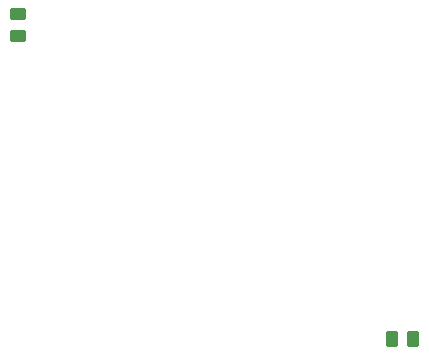
<source format=gbr>
%TF.GenerationSoftware,KiCad,Pcbnew,7.0.8-7.0.8~ubuntu22.04.1*%
%TF.CreationDate,2023-10-30T15:07:27+03:00*%
%TF.ProjectId,supply-uv,73757070-6c79-42d7-9576-2e6b69636164,rev?*%
%TF.SameCoordinates,Original*%
%TF.FileFunction,Paste,Top*%
%TF.FilePolarity,Positive*%
%FSLAX46Y46*%
G04 Gerber Fmt 4.6, Leading zero omitted, Abs format (unit mm)*
G04 Created by KiCad (PCBNEW 7.0.8-7.0.8~ubuntu22.04.1) date 2023-10-30 15:07:27*
%MOMM*%
%LPD*%
G01*
G04 APERTURE LIST*
G04 Aperture macros list*
%AMRoundRect*
0 Rectangle with rounded corners*
0 $1 Rounding radius*
0 $2 $3 $4 $5 $6 $7 $8 $9 X,Y pos of 4 corners*
0 Add a 4 corners polygon primitive as box body*
4,1,4,$2,$3,$4,$5,$6,$7,$8,$9,$2,$3,0*
0 Add four circle primitives for the rounded corners*
1,1,$1+$1,$2,$3*
1,1,$1+$1,$4,$5*
1,1,$1+$1,$6,$7*
1,1,$1+$1,$8,$9*
0 Add four rect primitives between the rounded corners*
20,1,$1+$1,$2,$3,$4,$5,0*
20,1,$1+$1,$4,$5,$6,$7,0*
20,1,$1+$1,$6,$7,$8,$9,0*
20,1,$1+$1,$8,$9,$2,$3,0*%
G04 Aperture macros list end*
%ADD10RoundRect,0.250000X-0.450000X0.262500X-0.450000X-0.262500X0.450000X-0.262500X0.450000X0.262500X0*%
%ADD11RoundRect,0.250000X0.262500X0.450000X-0.262500X0.450000X-0.262500X-0.450000X0.262500X-0.450000X0*%
G04 APERTURE END LIST*
D10*
%TO.C,R4*%
X104000000Y-73375000D03*
X104000000Y-75200000D03*
%TD*%
D11*
%TO.C,R16*%
X137412500Y-100900000D03*
X135587500Y-100900000D03*
%TD*%
M02*

</source>
